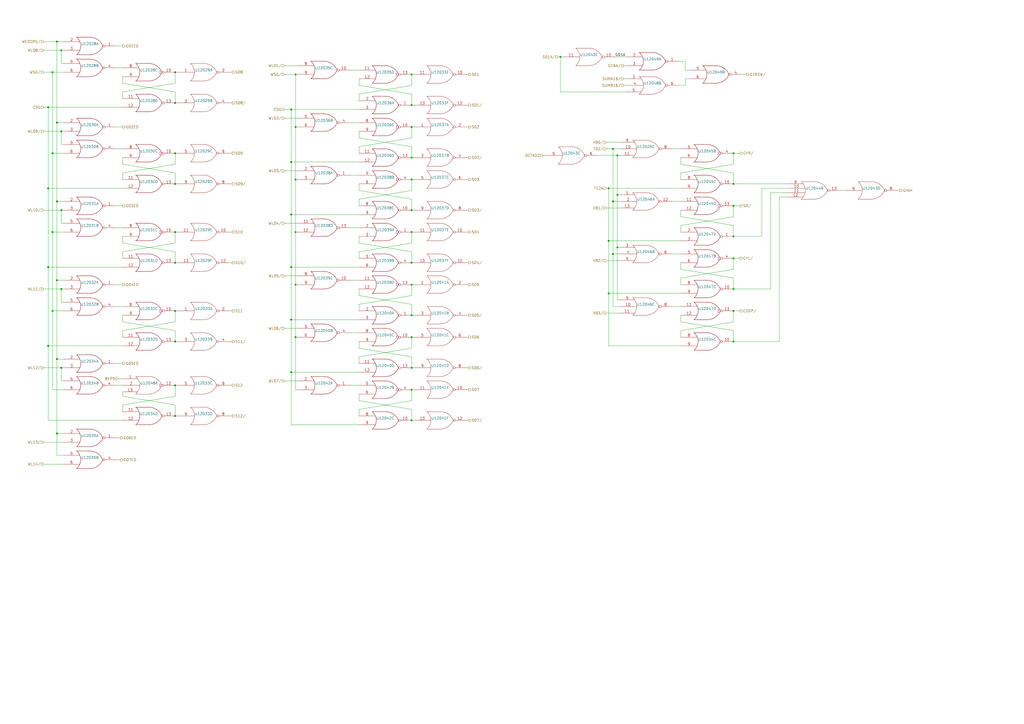
<source format=kicad_sch>
(kicad_sch (version 20211123) (generator eeschema)
  (paper "A2")
  (lib_symbols
    (symbol "agc_kicad_components:74HC02" (pin_names (offset 0.762))
      (property "Reference" "U" (at 0 1.27 0))
      (symbol "74HC02_1_1"
        (pin output inverted (at 15.24 0 180) (length 7.62) (name "~") (number "1"))
        (pin input line (at -15.24 2.54 0) (length 9.398) (name "~") (number "2"))
        (pin input line (at -15.24 -2.54 0) (length 9.398) (name "~") (number "3"))
      )
      (symbol "74HC02_2_1"
        (pin output inverted (at 15.24 0 180) (length 7.62) (name "~") (number "4"))
        (pin input line (at -15.24 2.54 0) (length 9.398) (name "~") (number "5"))
        (pin input line (at -15.24 -2.54 0) (length 9.398) (name "~") (number "6"))
      )
      (symbol "74HC02_3_1"
        (pin output inverted (at 15.24 0 180) (length 7.62) (name "~") (number "10"))
        (pin input line (at -15.24 2.54 0) (length 9.398) (name "~") (number "8"))
        (pin input line (at -15.24 -2.54 0) (length 9.398) (name "~") (number "9"))
      )
      (symbol "74HC02_4_1"
        (pin input line (at -15.24 2.54 0) (length 9.398) (name "~") (number "11"))
        (pin input line (at -15.24 -2.54 0) (length 9.398) (name "~") (number "12"))
        (pin output inverted (at 15.24 0 180) (length 7.62) (name "~") (number "13"))
      )
      (symbol "74HC02_5_0"
        (text "GND" (at 2.54 -3.81 0) (effects (font (size 0.9906 0.9906))))
        (text "VCC" (at 2.54 3.81 0) (effects (font (size 0.9906 0.9906))))
      )
      (symbol "74HC02_5_1"
        (pin power_in line (at 0 6.35 270) (length 3.81) (name "VCC") (number "14"))
        (pin power_in line (at 0 -6.35 90) (length 3.81) (name "GND") (number "7"))
      )
    )
    (symbol "agc_kicad_components:74HC04" (pin_names (offset 0.762))
      (property "Reference" "U" (at 0 1.27 0))
      (symbol "74HC04_1_1"
        (pin input line (at -15.24 0 0) (length 9.906) (name "~") (number "1"))
        (pin output inverted (at 15.24 0 180) (length 7.62) (name "~") (number "2"))
      )
      (symbol "74HC04_2_1"
        (pin input line (at -15.24 0 0) (length 9.906) (name "~") (number "3"))
        (pin output inverted (at 15.24 0 180) (length 7.62) (name "~") (number "4"))
      )
      (symbol "74HC04_3_1"
        (pin input line (at -15.24 0 0) (length 9.906) (name "~") (number "5"))
        (pin output inverted (at 15.24 0 180) (length 7.62) (name "~") (number "6"))
      )
      (symbol "74HC04_4_1"
        (pin output inverted (at 15.24 0 180) (length 7.62) (name "~") (number "8"))
        (pin input line (at -15.24 0 0) (length 9.906) (name "~") (number "9"))
      )
      (symbol "74HC04_5_1"
        (pin output inverted (at 15.24 0 180) (length 7.62) (name "~") (number "10"))
        (pin input line (at -15.24 0 0) (length 9.906) (name "~") (number "11"))
      )
      (symbol "74HC04_6_1"
        (pin output inverted (at 15.24 0 180) (length 7.62) (name "~") (number "12"))
        (pin input line (at -15.24 0 0) (length 9.906) (name "~") (number "13"))
      )
      (symbol "74HC04_7_0"
        (text "GND" (at 2.54 -3.81 0) (effects (font (size 0.9906 0.9906))))
        (text "VCC" (at 2.54 3.81 0) (effects (font (size 0.9906 0.9906))))
      )
      (symbol "74HC04_7_1"
        (pin power_in line (at 0 6.35 270) (length 3.81) (name "VCC") (number "14"))
        (pin power_in line (at 0 -6.35 90) (length 3.81) (name "GND") (number "7"))
      )
    )
    (symbol "agc_kicad_components:74HC27" (pin_names (offset 0.762))
      (property "Reference" "U" (at 0 1.27 0))
      (symbol "74HC27_1_1"
        (pin input line (at -15.24 3.81 0) (length 8.763) (name "~") (number "1"))
        (pin output inverted (at 15.24 0 180) (length 7.62) (name "~") (number "12"))
        (pin input line (at -15.24 -3.81 0) (length 8.763) (name "~") (number "13"))
        (pin input line (at -15.24 0 0) (length 9.906) (name "~") (number "2"))
      )
      (symbol "74HC27_2_1"
        (pin input line (at -15.24 3.81 0) (length 8.763) (name "~") (number "3"))
        (pin input line (at -15.24 0 0) (length 9.906) (name "~") (number "4"))
        (pin input line (at -15.24 -3.81 0) (length 8.763) (name "~") (number "5"))
        (pin output inverted (at 15.24 0 180) (length 7.62) (name "~") (number "6"))
      )
      (symbol "74HC27_3_1"
        (pin input line (at -15.24 0 0) (length 9.906) (name "~") (number "10"))
        (pin input line (at -15.24 -3.81 0) (length 8.763) (name "~") (number "11"))
        (pin output inverted (at 15.24 0 180) (length 7.62) (name "~") (number "8"))
        (pin input line (at -15.24 3.81 0) (length 8.763) (name "~") (number "9"))
      )
      (symbol "74HC27_4_0"
        (text "GND" (at 2.54 -3.81 0) (effects (font (size 0.9906 0.9906))))
        (text "VCC" (at 2.54 3.81 0) (effects (font (size 0.9906 0.9906))))
      )
      (symbol "74HC27_4_1"
        (pin power_in line (at 0 6.35 270) (length 3.81) (name "VCC") (number "14"))
        (pin power_in line (at 0 -6.35 90) (length 3.81) (name "GND") (number "7"))
      )
    )
    (symbol "agc_kicad_components:74HC4002" (pin_names (offset 0.762))
      (property "Reference" "U" (at 0 1.27 0))
      (symbol "74HC4002_1_1"
        (pin output inverted (at 15.24 0 180) (length 7.62) (name "~") (number "1"))
        (pin input line (at -15.24 3.81 0) (length 8.509) (name "~") (number "2"))
        (pin input line (at -15.24 1.27 0) (length 9.652) (name "~") (number "3"))
        (pin input line (at -15.24 -1.27 0) (length 9.652) (name "~") (number "4"))
        (pin input line (at -15.24 -3.81 0) (length 8.509) (name "~") (number "5"))
        (pin no_connect line (at -2.54 5.08 90) (length 0) hide (name "NC1") (number "6"))
        (pin no_connect line (at 0 5.08 90) (length 0) hide (name "NC2") (number "8"))
      )
      (symbol "74HC4002_2_1"
        (pin input line (at -15.24 1.27 0) (length 9.652) (name "~") (number "10"))
        (pin input line (at -15.24 -1.27 0) (length 9.652) (name "~") (number "11"))
        (pin input line (at -15.24 -3.81 0) (length 8.509) (name "~") (number "12"))
        (pin output inverted (at 15.24 0 180) (length 7.62) (name "~") (number "13"))
        (pin no_connect line (at -2.54 5.08 90) (length 0) hide (name "NC1") (number "6"))
        (pin no_connect line (at 0 5.08 90) (length 0) hide (name "NC2") (number "8"))
        (pin input line (at -15.24 3.81 0) (length 8.509) (name "~") (number "9"))
      )
      (symbol "74HC4002_3_0"
        (text "GND" (at 2.54 -3.81 0) (effects (font (size 0.9906 0.9906))))
        (text "VCC" (at 2.54 3.81 0) (effects (font (size 0.9906 0.9906))))
      )
      (symbol "74HC4002_3_1"
        (pin power_in line (at 0 6.35 270) (length 3.81) (name "VCC") (number "14"))
        (pin power_in line (at 0 -6.35 90) (length 3.81) (name "GND") (number "7"))
      )
    )
  )
  (junction (at 35.56 29.21))
  (junction (at 101.6 106.68))
  (junction (at 171.45 73.66))
  (junction (at 33.02 251.46))
  (junction (at 101.6 241.3))
  (junction (at 168.91 63.5))
  (junction (at 171.45 104.14))
  (junction (at 238.76 73.66))
  (junction (at 238.76 243.84))
  (junction (at 30.48 41.91))
  (junction (at 30.48 88.9))
  (junction (at 168.91 124.46))
  (junction (at 238.76 195.58))
  (junction (at 353.06 170.18))
  (junction (at 35.56 167.64))
  (junction (at 168.91 185.42))
  (junction (at 425.45 119.38))
  (junction (at 101.6 198.12))
  (junction (at 425.45 167.64))
  (junction (at 171.45 134.62))
  (junction (at 425.45 106.68))
  (junction (at 101.6 152.4))
  (junction (at 30.48 134.62))
  (junction (at 238.76 152.4))
  (junction (at 33.02 162.56))
  (junction (at 171.45 43.18))
  (junction (at 27.94 109.22))
  (junction (at 35.56 121.92))
  (junction (at 425.45 180.34))
  (junction (at 425.45 149.86))
  (junction (at 30.48 180.34))
  (junction (at 238.76 60.96))
  (junction (at 33.02 116.84))
  (junction (at 33.02 24.13))
  (junction (at 238.76 165.1))
  (junction (at 101.6 59.69))
  (junction (at 101.6 88.9))
  (junction (at 358.14 113.03))
  (junction (at 425.45 137.16))
  (junction (at 238.76 213.36))
  (junction (at 101.6 223.52))
  (junction (at 238.76 121.92))
  (junction (at 27.94 200.66))
  (junction (at 35.56 213.36))
  (junction (at 238.76 104.14))
  (junction (at 238.76 43.18))
  (junction (at 168.91 154.94))
  (junction (at 238.76 226.06))
  (junction (at 425.45 88.9))
  (junction (at 27.94 62.23))
  (junction (at 168.91 215.9))
  (junction (at 33.02 71.12))
  (junction (at 353.06 139.7))
  (junction (at 238.76 134.62))
  (junction (at 355.6 147.32))
  (junction (at 27.94 154.94))
  (junction (at 35.56 76.2))
  (junction (at 358.14 143.51))
  (junction (at 238.76 182.88))
  (junction (at 171.45 165.1))
  (junction (at 238.76 91.44))
  (junction (at 353.06 109.22))
  (junction (at 358.14 90.17))
  (junction (at 355.6 116.84))
  (junction (at 425.45 198.12))
  (junction (at 101.6 41.91))
  (junction (at 355.6 86.36))
  (junction (at 325.12 33.02))
  (junction (at 101.6 180.34))
  (junction (at 101.6 134.62))
  (junction (at 33.02 208.28))
  (junction (at 171.45 195.58))
  (junction (at 168.91 93.98))
  (wire (pts (xy 316.23 90.17) (xy 314.96 90.17)))
  (wire (pts (xy 353.06 200.66) (xy 394.97 200.66)))
  (wire (pts (xy 358.14 143.51) (xy 359.41 143.51)))
  (wire (pts (xy 520.7 110.49) (xy 521.97 110.49)))
  (wire (pts (xy 25.4 62.23) (xy 27.94 62.23)))
  (wire (pts (xy 425.45 191.77) (xy 394.97 186.69)))
  (wire (pts (xy 101.6 134.62) (xy 101.6 140.97)))
  (wire (pts (xy 394.97 161.29) (xy 394.97 165.1)))
  (wire (pts (xy 203.2 223.52) (xy 208.28 223.52)))
  (wire (pts (xy 172.72 68.58) (xy 165.1 68.58)))
  (wire (pts (xy 101.6 152.4) (xy 102.87 152.4)))
  (wire (pts (xy 67.31 223.52) (xy 71.12 223.52)))
  (wire (pts (xy 101.6 191.77) (xy 71.12 186.69)))
  (wire (pts (xy 101.6 53.34) (xy 71.12 48.26)))
  (wire (pts (xy 270.51 60.96) (xy 271.78 60.96)))
  (wire (pts (xy 33.02 251.46) (xy 36.83 251.46)))
  (wire (pts (xy 133.35 59.69) (xy 134.62 59.69)))
  (wire (pts (xy 353.06 139.7) (xy 394.97 139.7)))
  (wire (pts (xy 389.89 147.32) (xy 394.97 147.32)))
  (wire (pts (xy 67.31 119.38) (xy 71.12 119.38)))
  (wire (pts (xy 101.6 59.69) (xy 101.6 53.34)))
  (wire (pts (xy 30.48 226.06) (xy 36.83 226.06)))
  (wire (pts (xy 355.6 147.32) (xy 359.41 147.32)))
  (wire (pts (xy 238.76 207.01) (xy 208.28 201.93)))
  (wire (pts (xy 203.2 101.6) (xy 208.28 101.6)))
  (wire (pts (xy 25.4 121.92) (xy 35.56 121.92)))
  (wire (pts (xy 33.02 162.56) (xy 33.02 208.28)))
  (wire (pts (xy 30.48 180.34) (xy 30.48 226.06)))
  (wire (pts (xy 238.76 237.49) (xy 208.28 232.41)))
  (wire (pts (xy 425.45 125.73) (xy 394.97 130.81)))
  (wire (pts (xy 441.96 137.16) (xy 441.96 109.22)))
  (wire (pts (xy 133.35 198.12) (xy 134.62 198.12)))
  (wire (pts (xy 425.45 100.33) (xy 394.97 95.25)))
  (wire (pts (xy 389.89 86.36) (xy 394.97 86.36)))
  (wire (pts (xy 238.76 232.41) (xy 208.28 237.49)))
  (wire (pts (xy 27.94 200.66) (xy 27.94 243.84)))
  (wire (pts (xy 394.97 95.25) (xy 394.97 91.44)))
  (wire (pts (xy 30.48 134.62) (xy 36.83 134.62)))
  (wire (pts (xy 238.76 165.1) (xy 238.76 171.45)))
  (wire (pts (xy 101.6 48.26) (xy 71.12 53.34)))
  (wire (pts (xy 203.2 40.64) (xy 208.28 40.64)))
  (wire (pts (xy 270.51 73.66) (xy 271.78 73.66)))
  (wire (pts (xy 168.91 124.46) (xy 168.91 154.94)))
  (wire (pts (xy 101.6 152.4) (xy 101.6 146.05)))
  (wire (pts (xy 33.02 71.12) (xy 36.83 71.12)))
  (wire (pts (xy 358.14 90.17) (xy 358.14 113.03)))
  (wire (pts (xy 172.72 38.1) (xy 165.1 38.1)))
  (wire (pts (xy 27.94 109.22) (xy 27.94 154.94)))
  (wire (pts (xy 238.76 121.92) (xy 238.76 115.57)))
  (wire (pts (xy 133.35 223.52) (xy 134.62 223.52)))
  (wire (pts (xy 425.45 130.81) (xy 394.97 125.73)))
  (wire (pts (xy 238.76 60.96) (xy 238.76 54.61)))
  (wire (pts (xy 447.04 111.76) (xy 457.2 111.76)))
  (wire (pts (xy 35.56 29.21) (xy 36.83 29.21)))
  (wire (pts (xy 101.6 59.69) (xy 102.87 59.69)))
  (wire (pts (xy 208.28 171.45) (xy 208.28 167.64)))
  (wire (pts (xy 35.56 167.64) (xy 35.56 175.26)))
  (wire (pts (xy 270.51 165.1) (xy 271.78 165.1)))
  (wire (pts (xy 168.91 93.98) (xy 168.91 124.46)))
  (wire (pts (xy 25.4 41.91) (xy 30.48 41.91)))
  (wire (pts (xy 168.91 63.5) (xy 168.91 93.98)))
  (wire (pts (xy 238.76 54.61) (xy 208.28 49.53)))
  (wire (pts (xy 394.97 186.69) (xy 394.97 182.88)))
  (wire (pts (xy 101.6 198.12) (xy 102.87 198.12)))
  (wire (pts (xy 238.76 73.66) (xy 238.76 80.01)))
  (wire (pts (xy 36.83 269.24) (xy 25.4 269.24)))
  (wire (pts (xy 35.56 175.26) (xy 36.83 175.26)))
  (wire (pts (xy 394.97 100.33) (xy 394.97 104.14)))
  (wire (pts (xy 355.6 177.8) (xy 359.41 177.8)))
  (wire (pts (xy 238.76 110.49) (xy 208.28 115.57)))
  (wire (pts (xy 389.89 177.8) (xy 394.97 177.8)))
  (wire (pts (xy 25.4 76.2) (xy 35.56 76.2)))
  (wire (pts (xy 358.14 173.99) (xy 359.41 173.99)))
  (wire (pts (xy 203.2 193.04) (xy 208.28 193.04)))
  (wire (pts (xy 363.22 49.53) (xy 361.95 49.53)))
  (wire (pts (xy 171.45 165.1) (xy 172.72 165.1)))
  (wire (pts (xy 168.91 185.42) (xy 168.91 215.9)))
  (wire (pts (xy 101.6 180.34) (xy 101.6 186.69)))
  (wire (pts (xy 425.45 106.68) (xy 457.2 106.68)))
  (wire (pts (xy 171.45 43.18) (xy 171.45 73.66)))
  (wire (pts (xy 238.76 43.18) (xy 240.03 43.18)))
  (wire (pts (xy 203.2 71.12) (xy 208.28 71.12)))
  (wire (pts (xy 425.45 106.68) (xy 425.45 100.33)))
  (wire (pts (xy 238.76 43.18) (xy 238.76 49.53)))
  (wire (pts (xy 35.56 213.36) (xy 35.56 220.98)))
  (wire (pts (xy 27.94 62.23) (xy 71.12 62.23)))
  (wire (pts (xy 133.35 88.9) (xy 134.62 88.9)))
  (wire (pts (xy 33.02 208.28) (xy 33.02 251.46)))
  (wire (pts (xy 393.7 35.56) (xy 397.51 35.56)))
  (wire (pts (xy 394.97 156.21) (xy 394.97 152.4)))
  (wire (pts (xy 133.35 106.68) (xy 134.62 106.68)))
  (wire (pts (xy 270.51 226.06) (xy 271.78 226.06)))
  (wire (pts (xy 359.41 120.65) (xy 351.79 120.65)))
  (wire (pts (xy 172.72 99.06) (xy 165.1 99.06)))
  (wire (pts (xy 101.6 95.25) (xy 71.12 100.33)))
  (wire (pts (xy 487.68 110.49) (xy 490.22 110.49)))
  (wire (pts (xy 425.45 137.16) (xy 425.45 130.81)))
  (wire (pts (xy 359.41 181.61) (xy 351.79 181.61)))
  (wire (pts (xy 101.6 241.3) (xy 102.87 241.3)))
  (wire (pts (xy 238.76 91.44) (xy 238.76 85.09)))
  (wire (pts (xy 25.4 167.64) (xy 35.56 167.64)))
  (wire (pts (xy 30.48 88.9) (xy 36.83 88.9)))
  (wire (pts (xy 238.76 226.06) (xy 240.03 226.06)))
  (wire (pts (xy 358.14 143.51) (xy 358.14 173.99)))
  (wire (pts (xy 238.76 140.97) (xy 208.28 146.05)))
  (wire (pts (xy 238.76 115.57) (xy 208.28 110.49)))
  (wire (pts (xy 168.91 154.94) (xy 168.91 185.42)))
  (wire (pts (xy 67.31 39.37) (xy 71.12 39.37)))
  (wire (pts (xy 208.28 237.49) (xy 208.28 241.3)))
  (wire (pts (xy 397.51 45.72) (xy 397.51 49.53)))
  (wire (pts (xy 208.28 85.09) (xy 208.28 88.9)))
  (wire (pts (xy 33.02 24.13) (xy 33.02 71.12)))
  (wire (pts (xy 270.51 104.14) (xy 271.78 104.14)))
  (wire (pts (xy 238.76 243.84) (xy 238.76 237.49)))
  (wire (pts (xy 168.91 154.94) (xy 208.28 154.94)))
  (wire (pts (xy 447.04 167.64) (xy 447.04 111.76)))
  (wire (pts (xy 238.76 104.14) (xy 240.03 104.14)))
  (wire (pts (xy 208.28 176.53) (xy 208.28 180.34)))
  (wire (pts (xy 353.06 170.18) (xy 394.97 170.18)))
  (wire (pts (xy 71.12 95.25) (xy 71.12 91.44)))
  (wire (pts (xy 133.35 134.62) (xy 134.62 134.62)))
  (wire (pts (xy 27.94 109.22) (xy 71.12 109.22)))
  (wire (pts (xy 425.45 167.64) (xy 425.45 161.29)))
  (wire (pts (xy 71.12 191.77) (xy 71.12 195.58)))
  (wire (pts (xy 35.56 220.98) (xy 36.83 220.98)))
  (wire (pts (xy 35.56 129.54) (xy 36.83 129.54)))
  (wire (pts (xy 71.12 234.95) (xy 71.12 238.76)))
  (wire (pts (xy 67.31 210.82) (xy 71.12 210.82)))
  (wire (pts (xy 208.28 110.49) (xy 208.28 106.68)))
  (wire (pts (xy 355.6 116.84) (xy 359.41 116.84)))
  (wire (pts (xy 452.12 198.12) (xy 452.12 114.3)))
  (wire (pts (xy 171.45 134.62) (xy 171.45 165.1)))
  (wire (pts (xy 238.76 146.05) (xy 208.28 140.97)))
  (wire (pts (xy 71.12 48.26) (xy 71.12 44.45)))
  (wire (pts (xy 325.12 53.34) (xy 363.22 53.34)))
  (wire (pts (xy 171.45 43.18) (xy 172.72 43.18)))
  (wire (pts (xy 33.02 116.84) (xy 33.02 162.56)))
  (wire (pts (xy 71.12 229.87) (xy 71.12 227.33)))
  (wire (pts (xy 133.35 241.3) (xy 134.62 241.3)))
  (wire (pts (xy 425.45 180.34) (xy 429.26 180.34)))
  (wire (pts (xy 425.45 119.38) (xy 425.45 125.73)))
  (wire (pts (xy 238.76 91.44) (xy 240.03 91.44)))
  (wire (pts (xy 238.76 152.4) (xy 240.03 152.4)))
  (wire (pts (xy 425.45 186.69) (xy 394.97 191.77)))
  (wire (pts (xy 400.05 45.72) (xy 397.51 45.72)))
  (wire (pts (xy 171.45 73.66) (xy 172.72 73.66)))
  (wire (pts (xy 425.45 137.16) (xy 441.96 137.16)))
  (wire (pts (xy 171.45 104.14) (xy 171.45 134.62)))
  (wire (pts (xy 101.6 241.3) (xy 101.6 234.95)))
  (wire (pts (xy 33.02 116.84) (xy 36.83 116.84)))
  (wire (pts (xy 168.91 185.42) (xy 208.28 185.42)))
  (wire (pts (xy 238.76 213.36) (xy 238.76 207.01)))
  (wire (pts (xy 397.51 35.56) (xy 397.51 40.64)))
  (wire (pts (xy 30.48 134.62) (xy 30.48 180.34)))
  (wire (pts (xy 238.76 182.88) (xy 238.76 176.53)))
  (wire (pts (xy 325.12 33.02) (xy 326.39 33.02)))
  (wire (pts (xy 33.02 71.12) (xy 33.02 116.84)))
  (wire (pts (xy 27.94 62.23) (xy 27.94 109.22)))
  (wire (pts (xy 238.76 85.09) (xy 208.28 80.01)))
  (wire (pts (xy 171.45 73.66) (xy 171.45 104.14)))
  (wire (pts (xy 270.51 182.88) (xy 271.78 182.88)))
  (wire (pts (xy 208.28 207.01) (xy 208.28 210.82)))
  (wire (pts (xy 208.28 215.9) (xy 168.91 215.9)))
  (wire (pts (xy 101.6 234.95) (xy 71.12 229.87)))
  (wire (pts (xy 67.31 132.08) (xy 71.12 132.08)))
  (wire (pts (xy 36.83 256.54) (xy 25.4 256.54)))
  (wire (pts (xy 67.31 73.66) (xy 71.12 73.66)))
  (wire (pts (xy 270.51 243.84) (xy 271.78 243.84)))
  (wire (pts (xy 171.45 226.06) (xy 172.72 226.06)))
  (wire (pts (xy 353.06 109.22) (xy 353.06 139.7)))
  (wire (pts (xy 425.45 88.9) (xy 425.45 95.25)))
  (wire (pts (xy 238.76 195.58) (xy 238.76 201.93)))
  (wire (pts (xy 101.6 106.68) (xy 102.87 106.68)))
  (wire (pts (xy 238.76 213.36) (xy 240.03 213.36)))
  (wire (pts (xy 351.79 86.36) (xy 355.6 86.36)))
  (wire (pts (xy 101.6 41.91) (xy 102.87 41.91)))
  (wire (pts (xy 133.35 180.34) (xy 134.62 180.34)))
  (wire (pts (xy 35.56 29.21) (xy 35.56 36.83)))
  (wire (pts (xy 27.94 243.84) (xy 71.12 243.84)))
  (wire (pts (xy 355.6 116.84) (xy 355.6 147.32)))
  (wire (pts (xy 425.45 119.38) (xy 429.26 119.38)))
  (wire (pts (xy 208.28 115.57) (xy 208.28 119.38)))
  (wire (pts (xy 101.6 223.52) (xy 101.6 229.87)))
  (wire (pts (xy 101.6 186.69) (xy 71.12 191.77)))
  (wire (pts (xy 208.28 232.41) (xy 208.28 228.6)))
  (wire (pts (xy 33.02 208.28) (xy 36.83 208.28)))
  (wire (pts (xy 270.51 152.4) (xy 271.78 152.4)))
  (wire (pts (xy 351.79 109.22) (xy 353.06 109.22)))
  (wire (pts (xy 270.51 195.58) (xy 271.78 195.58)))
  (wire (pts (xy 35.56 76.2) (xy 35.56 83.82)))
  (wire (pts (xy 67.31 165.1) (xy 71.12 165.1)))
  (wire (pts (xy 425.45 180.34) (xy 425.45 186.69)))
  (wire (pts (xy 238.76 165.1) (xy 240.03 165.1)))
  (wire (pts (xy 172.72 129.54) (xy 165.1 129.54)))
  (wire (pts (xy 71.12 53.34) (xy 71.12 57.15)))
  (wire (pts (xy 67.31 266.7) (xy 69.85 266.7)))
  (wire (pts (xy 397.51 40.64) (xy 400.05 40.64)))
  (wire (pts (xy 270.51 91.44) (xy 271.78 91.44)))
  (wire (pts (xy 30.48 41.91) (xy 36.83 41.91)))
  (wire (pts (xy 35.56 213.36) (xy 36.83 213.36)))
  (wire (pts (xy 425.45 198.12) (xy 452.12 198.12)))
  (wire (pts (xy 101.6 134.62) (xy 102.87 134.62)))
  (wire (pts (xy 238.76 121.92) (xy 240.03 121.92)))
  (wire (pts (xy 238.76 201.93) (xy 208.28 207.01)))
  (wire (pts (xy 397.51 49.53) (xy 393.7 49.53)))
  (wire (pts (xy 101.6 88.9) (xy 101.6 95.25)))
  (wire (pts (xy 101.6 229.87) (xy 71.12 234.95)))
  (wire (pts (xy 71.12 140.97) (xy 71.12 137.16)))
  (wire (pts (xy 203.2 162.56) (xy 208.28 162.56)))
  (wire (pts (xy 67.31 86.36) (xy 71.12 86.36)))
  (wire (pts (xy 27.94 200.66) (xy 71.12 200.66)))
  (wire (pts (xy 238.76 226.06) (xy 238.76 232.41)))
  (wire (pts (xy 25.4 24.13) (xy 33.02 24.13)))
  (wire (pts (xy 389.89 116.84) (xy 394.97 116.84)))
  (wire (pts (xy 425.45 149.86) (xy 425.45 156.21)))
  (wire (pts (xy 238.76 104.14) (xy 238.76 110.49)))
  (wire (pts (xy 358.14 113.03) (xy 358.14 143.51)))
  (wire (pts (xy 238.76 176.53) (xy 208.28 171.45)))
  (wire (pts (xy 35.56 121.92) (xy 36.83 121.92)))
  (wire (pts (xy 71.12 146.05) (xy 71.12 149.86)))
  (wire (pts (xy 67.31 26.67) (xy 71.12 26.67)))
  (wire (pts (xy 238.76 80.01) (xy 208.28 85.09)))
  (wire (pts (xy 238.76 60.96) (xy 240.03 60.96)))
  (wire (pts (xy 35.56 76.2) (xy 36.83 76.2)))
  (wire (pts (xy 270.51 134.62) (xy 271.78 134.62)))
  (wire (pts (xy 425.45 167.64) (xy 447.04 167.64)))
  (wire (pts (xy 238.76 73.66) (xy 240.03 73.66)))
  (wire (pts (xy 238.76 152.4) (xy 238.76 146.05)))
  (wire (pts (xy 208.28 146.05) (xy 208.28 149.86)))
  (wire (pts (xy 363.22 38.1) (xy 361.95 38.1)))
  (wire (pts (xy 238.76 134.62) (xy 240.03 134.62)))
  (wire (pts (xy 355.6 147.32) (xy 355.6 177.8)))
  (wire (pts (xy 346.71 90.17) (xy 358.14 90.17)))
  (wire (pts (xy 133.35 152.4) (xy 134.62 152.4)))
  (wire (pts (xy 101.6 88.9) (xy 102.87 88.9)))
  (wire (pts (xy 208.28 54.61) (xy 208.28 58.42)))
  (wire (pts (xy 71.12 100.33) (xy 71.12 104.14)))
  (wire (pts (xy 171.45 165.1) (xy 171.45 195.58)))
  (wire (pts (xy 33.02 264.16) (xy 36.83 264.16)))
  (wire (pts (xy 171.45 134.62) (xy 172.72 134.62)))
  (wire (pts (xy 208.28 80.01) (xy 208.28 76.2)))
  (wire (pts (xy 101.6 106.68) (xy 101.6 100.33)))
  (wire (pts (xy 238.76 182.88) (xy 240.03 182.88)))
  (wire (pts (xy 359.41 151.13) (xy 351.79 151.13)))
  (wire (pts (xy 101.6 180.34) (xy 102.87 180.34)))
  (wire (pts (xy 355.6 86.36) (xy 355.6 116.84)))
  (wire (pts (xy 101.6 140.97) (xy 71.12 146.05)))
  (wire (pts (xy 171.45 195.58) (xy 171.45 226.06)))
  (wire (pts (xy 208.28 49.53) (xy 208.28 45.72)))
  (wire (pts (xy 394.97 125.73) (xy 394.97 121.92)))
  (wire (pts (xy 33.02 24.13) (xy 36.83 24.13)))
  (wire (pts (xy 101.6 100.33) (xy 71.12 95.25)))
  (wire (pts (xy 101.6 223.52) (xy 102.87 223.52)))
  (wire (pts (xy 165.1 63.5) (xy 168.91 63.5)))
  (wire (pts (xy 168.91 124.46) (xy 208.28 124.46)))
  (wire (pts (xy 30.48 180.34) (xy 36.83 180.34)))
  (wire (pts (xy 270.51 121.92) (xy 271.78 121.92)))
  (wire (pts (xy 35.56 121.92) (xy 35.56 129.54)))
  (wire (pts (xy 30.48 41.91) (xy 30.48 88.9)))
  (wire (pts (xy 430.53 43.18) (xy 433.07 43.18)))
  (wire (pts (xy 425.45 161.29) (xy 394.97 156.21)))
  (wire (pts (xy 133.35 41.91) (xy 134.62 41.91)))
  (wire (pts (xy 363.22 45.72) (xy 361.95 45.72)))
  (wire (pts (xy 238.76 134.62) (xy 238.76 140.97)))
  (wire (pts (xy 171.45 104.14) (xy 172.72 104.14)))
  (wire (pts (xy 203.2 132.08) (xy 208.28 132.08)))
  (wire (pts (xy 425.45 198.12) (xy 425.45 191.77)))
  (wire (pts (xy 172.72 190.5) (xy 165.1 190.5)))
  (wire (pts (xy 172.72 160.02) (xy 165.1 160.02)))
  (wire (pts (xy 238.76 195.58) (xy 240.03 195.58)))
  (wire (pts (xy 208.28 140.97) (xy 208.28 137.16)))
  (wire (pts (xy 238.76 171.45) (xy 208.28 176.53)))
  (wire (pts (xy 168.91 93.98) (xy 208.28 93.98)))
  (wire (pts (xy 101.6 198.12) (xy 101.6 191.77)))
  (wire (pts (xy 168.91 215.9) (xy 168.91 246.38)))
  (wire (pts (xy 363.22 33.02) (xy 356.87 33.02)))
  (wire (pts (xy 452.12 114.3) (xy 457.2 114.3)))
  (wire (pts (xy 168.91 246.38) (xy 208.28 246.38)))
  (wire (pts (xy 101.6 146.05) (xy 71.12 140.97)))
  (wire (pts (xy 35.56 83.82) (xy 36.83 83.82)))
  (wire (pts (xy 208.28 201.93) (xy 208.28 198.12)))
  (wire (pts (xy 101.6 41.91) (xy 101.6 48.26)))
  (wire (pts (xy 353.06 170.18) (xy 353.06 200.66)))
  (wire (pts (xy 27.94 154.94) (xy 71.12 154.94)))
  (wire (pts (xy 33.02 251.46) (xy 33.02 264.16)))
  (wire (pts (xy 171.45 195.58) (xy 172.72 195.58)))
  (wire (pts (xy 67.31 177.8) (xy 71.12 177.8)))
  (wire (pts (xy 71.12 186.69) (xy 71.12 182.88)))
  (wire (pts (xy 358.14 113.03) (xy 359.41 113.03)))
  (wire (pts (xy 353.06 109.22) (xy 394.97 109.22)))
  (wire (pts (xy 394.97 130.81) (xy 394.97 134.62)))
  (wire (pts (xy 358.14 90.17) (xy 359.41 90.17)))
  (wire (pts (xy 425.45 95.25) (xy 394.97 100.33)))
  (wire (pts (xy 270.51 213.36) (xy 271.78 213.36)))
  (wire (pts (xy 30.48 88.9) (xy 30.48 134.62)))
  (wire (pts (xy 238.76 243.84) (xy 240.03 243.84)))
  (wire (pts (xy 67.31 254) (xy 69.85 254)))
  (wire (pts (xy 425.45 88.9) (xy 429.26 88.9)))
  (wire (pts (xy 27.94 154.94) (xy 27.94 200.66)))
  (wire (pts (xy 25.4 29.21) (xy 35.56 29.21)))
  (wire (pts (xy 325.12 33.02) (xy 325.12 53.34)))
  (wire (pts (xy 323.85 33.02) (xy 325.12 33.02)))
  (wire (pts (xy 165.1 43.18) (xy 171.45 43.18)))
  (wire (pts (xy 441.96 109.22) (xy 457.2 109.22)))
  (wire (pts (xy 33.02 162.56) (xy 36.83 162.56)))
  (wire (pts (xy 270.51 43.18) (xy 271.78 43.18)))
  (wire (pts (xy 35.56 36.83) (xy 36.83 36.83)))
  (wire (pts (xy 238.76 49.53) (xy 208.28 54.61)))
  (wire (pts (xy 394.97 191.77) (xy 394.97 195.58)))
  (wire (pts (xy 353.06 139.7) (xy 353.06 170.18)))
  (wire (pts (xy 35.56 167.64) (xy 36.83 167.64)))
  (wire (pts (xy 425.45 156.21) (xy 394.97 161.29)))
  (wire (pts (xy 71.12 219.71) (xy 68.58 219.71)))
  (wire (pts (xy 25.4 213.36) (xy 35.56 213.36)))
  (wire (pts (xy 359.41 82.55) (xy 351.79 82.55)))
  (wire (pts (xy 168.91 63.5) (xy 208.28 63.5)))
  (wire (pts (xy 355.6 86.36) (xy 359.41 86.36)))
  (wire (pts (xy 172.72 220.98) (xy 165.1 220.98)))
  (wire (pts (xy 425.45 149.86) (xy 429.26 149.86)))
  (label "G01A" (at 356.87 33.02 0) (effects (font (size 1.524 1.524))))
  (hierarchical_label "WL13/" (shape input) (at 25.4 256.54 180) (effects (font (size 1.524 1.524))))
  (hierarchical_label "WL03/" (shape input) (at 165.1 99.06 180) (effects (font (size 1.524 1.524))))
  (hierarchical_label "S10/" (shape output) (at 134.62 152.4 0) (effects (font (size 1.524 1.524))))
  (hierarchical_label "WL12/" (shape input) (at 25.4 213.36 180) (effects (font (size 1.524 1.524))))
  (hierarchical_label "CYL/" (shape output) (at 429.26 149.86 0) (effects (font (size 1.524 1.524))))
  (hierarchical_label "S01/" (shape output) (at 271.78 60.96 0) (effects (font (size 1.524 1.524))))
  (hierarchical_label "CYR/" (shape output) (at 429.26 88.9 0) (effects (font (size 1.524 1.524))))
  (hierarchical_label "XB1/" (shape input) (at 351.79 120.65 180) (effects (font (size 1.524 1.524))))
  (hierarchical_label "8XP5" (shape input) (at 68.58 219.71 180) (effects (font (size 1.524 1.524))))
  (hierarchical_label "SUMB16/" (shape input) (at 361.95 49.53 180) (effects (font (size 1.524 1.524))))
  (hierarchical_label "WL14/" (shape input) (at 25.4 269.24 180) (effects (font (size 1.524 1.524))))
  (hierarchical_label "XB3/" (shape input) (at 351.79 181.61 180) (effects (font (size 1.524 1.524))))
  (hierarchical_label "SR/" (shape output) (at 429.26 119.38 0) (effects (font (size 1.524 1.524))))
  (hierarchical_label "CSG" (shape input) (at 25.4 62.23 180) (effects (font (size 1.524 1.524))))
  (hierarchical_label "S04/" (shape output) (at 271.78 152.4 0) (effects (font (size 1.524 1.524))))
  (hierarchical_label "S08/" (shape output) (at 134.62 59.69 0) (effects (font (size 1.524 1.524))))
  (hierarchical_label "S01" (shape output) (at 271.78 43.18 0) (effects (font (size 1.524 1.524))))
  (hierarchical_label "WEDOPG/" (shape input) (at 25.4 24.13 180) (effects (font (size 1.524 1.524))))
  (hierarchical_label "WSG/" (shape input) (at 25.4 41.91 180) (effects (font (size 1.524 1.524))))
  (hierarchical_label "G16A/" (shape input) (at 361.95 38.1 180) (effects (font (size 1.524 1.524))))
  (hierarchical_label "G01A/" (shape input) (at 323.85 33.02 180) (effects (font (size 1.524 1.524))))
  (hierarchical_label "OCTAD2" (shape input) (at 314.96 90.17 180) (effects (font (size 1.524 1.524))))
  (hierarchical_label "S07/" (shape output) (at 271.78 243.84 0) (effects (font (size 1.524 1.524))))
  (hierarchical_label "S10" (shape output) (at 134.62 134.62 0) (effects (font (size 1.524 1.524))))
  (hierarchical_label "G06ED" (shape output) (at 69.85 254 0) (effects (font (size 1.524 1.524))))
  (hierarchical_label "WL07/" (shape input) (at 165.1 220.98 180) (effects (font (size 1.524 1.524))))
  (hierarchical_label "S03" (shape output) (at 271.78 104.14 0) (effects (font (size 1.524 1.524))))
  (hierarchical_label "WL11/" (shape input) (at 25.4 167.64 180) (effects (font (size 1.524 1.524))))
  (hierarchical_label "G01ED" (shape output) (at 71.12 26.67 0) (effects (font (size 1.524 1.524))))
  (hierarchical_label "WL10/" (shape input) (at 25.4 121.92 180) (effects (font (size 1.524 1.524))))
  (hierarchical_label "WL06/" (shape input) (at 165.1 190.5 180) (effects (font (size 1.524 1.524))))
  (hierarchical_label "S02" (shape output) (at 271.78 73.66 0) (effects (font (size 1.524 1.524))))
  (hierarchical_label "G04ED" (shape output) (at 71.12 165.1 0) (effects (font (size 1.524 1.524))))
  (hierarchical_label "S02/" (shape output) (at 271.78 91.44 0) (effects (font (size 1.524 1.524))))
  (hierarchical_label "S09" (shape output) (at 134.62 88.9 0) (effects (font (size 1.524 1.524))))
  (hierarchical_label "S03/" (shape output) (at 271.78 121.92 0) (effects (font (size 1.524 1.524))))
  (hierarchical_label "SUMA16/" (shape input) (at 361.95 45.72 180) (effects (font (size 1.524 1.524))))
  (hierarchical_label "WL01/" (shape input) (at 165.1 38.1 180) (effects (font (size 1.524 1.524))))
  (hierarchical_label "XB0/" (shape input) (at 351.79 82.55 180) (effects (font (size 1.524 1.524))))
  (hierarchical_label "G02ED" (shape output) (at 71.12 73.66 0) (effects (font (size 1.524 1.524))))
  (hierarchical_label "WL05/" (shape input) (at 165.1 160.02 180) (effects (font (size 1.524 1.524))))
  (hierarchical_label "CSG" (shape input) (at 165.1 63.5 180) (effects (font (size 1.524 1.524))))
  (hierarchical_label "S11" (shape output) (at 134.62 180.34 0) (effects (font (size 1.524 1.524))))
  (hierarchical_label "S06/" (shape output) (at 271.78 213.36 0) (effects (font (size 1.524 1.524))))
  (hierarchical_label "S06" (shape output) (at 271.78 195.58 0) (effects (font (size 1.524 1.524))))
  (hierarchical_label "WL08/" (shape input) (at 25.4 29.21 180) (effects (font (size 1.524 1.524))))
  (hierarchical_label "WL02/" (shape input) (at 165.1 68.58 180) (effects (font (size 1.524 1.524))))
  (hierarchical_label "S05/" (shape output) (at 271.78 182.88 0) (effects (font (size 1.524 1.524))))
  (hierarchical_label "EDOP/" (shape output) (at 429.26 180.34 0) (effects (font (size 1.524 1.524))))
  (hierarchical_label "S12/" (shape output) (at 134.62 241.3 0) (effects (font (size 1.524 1.524))))
  (hierarchical_label "S04" (shape output) (at 271.78 134.62 0) (effects (font (size 1.524 1.524))))
  (hierarchical_label "G07ED" (shape output) (at 69.85 266.7 0) (effects (font (size 1.524 1.524))))
  (hierarchical_label "WSG/" (shape input) (at 165.1 43.18 180) (effects (font (size 1.524 1.524))))
  (hierarchical_label "S11/" (shape output) (at 134.62 198.12 0) (effects (font (size 1.524 1.524))))
  (hierarchical_label "T12A" (shape input) (at 351.79 109.22 180) (effects (font (size 1.524 1.524))))
  (hierarchical_label "GINH" (shape output) (at 521.97 110.49 0) (effects (font (size 1.524 1.524))))
  (hierarchical_label "S07" (shape output) (at 271.78 226.06 0) (effects (font (size 1.524 1.524))))
  (hierarchical_label "G16SW/" (shape output) (at 433.07 43.18 0) (effects (font (size 1.524 1.524))))
  (hierarchical_label "G03ED" (shape output) (at 71.12 119.38 0) (effects (font (size 1.524 1.524))))
  (hierarchical_label "XB2/" (shape input) (at 351.79 151.13 180) (effects (font (size 1.524 1.524))))
  (hierarchical_label "WL04/" (shape input) (at 165.1 129.54 180) (effects (font (size 1.524 1.524))))
  (hierarchical_label "G05ED" (shape output) (at 71.12 210.82 0) (effects (font (size 1.524 1.524))))
  (hierarchical_label "S08" (shape output) (at 134.62 41.91 0) (effects (font (size 1.524 1.524))))
  (hierarchical_label "S05" (shape output) (at 271.78 165.1 0) (effects (font (size 1.524 1.524))))
  (hierarchical_label "S09/" (shape output) (at 134.62 106.68 0) (effects (font (size 1.524 1.524))))
  (hierarchical_label "T02/" (shape input) (at 351.79 86.36 180) (effects (font (size 1.524 1.524))))
  (hierarchical_label "WL09/" (shape input) (at 25.4 76.2 180) (effects (font (size 1.524 1.524))))
  (hierarchical_label "S12" (shape output) (at 134.62 223.52 0) (effects (font (size 1.524 1.524))))
  (symbol (lib_id "agc_kicad_components:74HC02") (at 52.07 26.67 0) (unit 1)
    (property "Reference" "U12028" (at 52.07 25.4 0) (effects (font (size 1.524 1.524))))
    (property "Value" "74HC02" (effects hide))
  )
  (symbol (lib_id "agc_kicad_components:74HC02") (at 52.07 39.37 0) (unit 2)
    (property "Reference" "U12028" (at 52.07 38.1 0) (effects (font (size 1.524 1.524))))
    (property "Value" "74HC02" (effects hide))
  )
  (symbol (lib_id "agc_kicad_components:74HC02") (at 86.36 41.91 0) (unit 3)
    (property "Reference" "U12028" (at 86.36 40.64 0) (effects (font (size 1.524 1.524))))
    (property "Value" "74HC02" (effects hide))
    (property "Initial" "1" (at 92.71 41.91 0) (effects (font (size 1.524 1.524) italic)))
  )
  (symbol (lib_id "agc_kicad_components:74HC02") (at 86.36 59.69 0) (unit 4)
    (property "Reference" "U12028" (at 86.36 58.42 0) (effects (font (size 1.524 1.524))))
    (property "Value" "74HC02" (effects hide))
  )
  (symbol (lib_id "agc_kicad_components:74HC04") (at 118.11 41.91 0) (unit 1)
    (property "Reference" "U12029" (at 118.11 40.64 0) (effects (font (size 1.524 1.524))))
    (property "Value" "74HC04" (effects hide))
  )
  (symbol (lib_id "agc_kicad_components:74HC04") (at 118.11 59.69 0) (unit 2)
    (property "Reference" "U12029" (at 118.11 58.42 0) (effects (font (size 1.524 1.524))))
    (property "Value" "74HC04" (effects hide))
  )
  (symbol (lib_id "agc_kicad_components:74HC02") (at 52.07 73.66 0) (unit 1)
    (property "Reference" "U12030" (at 52.07 72.39 0) (effects (font (size 1.524 1.524))))
    (property "Value" "74HC02" (effects hide))
  )
  (symbol (lib_id "agc_kicad_components:74HC02") (at 52.07 86.36 0) (unit 2)
    (property "Reference" "U12030" (at 52.07 85.09 0) (effects (font (size 1.524 1.524))))
    (property "Value" "74HC02" (effects hide))
  )
  (symbol (lib_id "agc_kicad_components:74HC02") (at 86.36 88.9 0) (unit 3)
    (property "Reference" "U12030" (at 86.36 87.63 0) (effects (font (size 1.524 1.524))))
    (property "Value" "74HC02" (effects hide))
    (property "Initial" "1" (at 92.71 88.9 0) (effects (font (size 1.524 1.524) italic)))
  )
  (symbol (lib_id "agc_kicad_components:74HC02") (at 86.36 106.68 0) (unit 4)
    (property "Reference" "U12030" (at 86.36 105.41 0) (effects (font (size 1.524 1.524))))
    (property "Value" "74HC02" (effects hide))
  )
  (symbol (lib_id "agc_kicad_components:74HC04") (at 118.11 88.9 0) (unit 3)
    (property "Reference" "U12029" (at 118.11 87.63 0) (effects (font (size 1.524 1.524))))
    (property "Value" "74HC04" (effects hide))
  )
  (symbol (lib_id "agc_kicad_components:74HC04") (at 118.11 106.68 0) (unit 4)
    (property "Reference" "U12029" (at 118.11 105.41 0) (effects (font (size 1.524 1.524))))
    (property "Value" "74HC04" (effects hide))
  )
  (symbol (lib_id "agc_kicad_components:74HC02") (at 52.07 119.38 0) (unit 1)
    (property "Reference" "U12031" (at 52.07 118.11 0) (effects (font (size 1.524 1.524))))
    (property "Value" "74HC02" (effects hide))
  )
  (symbol (lib_id "agc_kicad_components:74HC02") (at 52.07 132.08 0) (unit 2)
    (property "Reference" "U12031" (at 52.07 130.81 0) (effects (font (size 1.524 1.524))))
    (property "Value" "74HC02" (effects hide))
  )
  (symbol (lib_id "agc_kicad_components:74HC02") (at 86.36 134.62 0) (unit 3)
    (property "Reference" "U12031" (at 86.36 133.35 0) (effects (font (size 1.524 1.524))))
    (property "Value" "74HC02" (effects hide))
    (property "Initial" "1" (at 92.71 134.62 0) (effects (font (size 1.524 1.524) italic)))
  )
  (symbol (lib_id "agc_kicad_components:74HC02") (at 86.36 152.4 0) (unit 4)
    (property "Reference" "U12031" (at 86.36 151.13 0) (effects (font (size 1.524 1.524))))
    (property "Value" "74HC02" (effects hide))
  )
  (symbol (lib_id "agc_kicad_components:74HC04") (at 118.11 134.62 0) (unit 5)
    (property "Reference" "U12029" (at 118.11 133.35 0) (effects (font (size 1.524 1.524))))
    (property "Value" "74HC04" (effects hide))
  )
  (symbol (lib_id "agc_kicad_components:74HC04") (at 118.11 152.4 0) (unit 6)
    (property "Reference" "U12029" (at 118.11 151.13 0) (effects (font (size 1.524 1.524))))
    (property "Value" "74HC04" (effects hide))
  )
  (symbol (lib_id "agc_kicad_components:74HC02") (at 52.07 165.1 0) (unit 1)
    (property "Reference" "U12032" (at 52.07 163.83 0) (effects (font (size 1.524 1.524))))
    (property "Value" "74HC02" (effects hide))
  )
  (symbol (lib_id "agc_kicad_components:74HC02") (at 52.07 177.8 0) (unit 2)
    (property "Reference" "U12032" (at 52.07 176.53 0) (effects (font (size 1.524 1.524))))
    (property "Value" "74HC02" (effects hide))
  )
  (symbol (lib_id "agc_kicad_components:74HC02") (at 86.36 180.34 0) (unit 3)
    (property "Reference" "U12032" (at 86.36 179.07 0) (effects (font (size 1.524 1.524))))
    (property "Value" "74HC02" (effects hide))
    (property "Initial" "1" (at 92.71 180.34 0) (effects (font (size 1.524 1.524) italic)))
  )
  (symbol (lib_id "agc_kicad_components:74HC02") (at 86.36 198.12 0) (unit 4)
    (property "Reference" "U12032" (at 86.36 196.85 0) (effects (font (size 1.524 1.524))))
    (property "Value" "74HC02" (effects hide))
  )
  (symbol (lib_id "agc_kicad_components:74HC04") (at 118.11 180.34 0) (unit 1)
    (property "Reference" "U12033" (at 118.11 179.07 0) (effects (font (size 1.524 1.524))))
    (property "Value" "74HC04" (effects hide))
  )
  (symbol (lib_id "agc_kicad_components:74HC04") (at 118.11 198.12 0) (unit 2)
    (property "Reference" "U12033" (at 118.11 196.85 0) (effects (font (size 1.524 1.524))))
    (property "Value" "74HC04" (effects hide))
  )
  (symbol (lib_id "agc_kicad_components:74HC02") (at 52.07 210.82 0) (unit 1)
    (property "Reference" "U12034" (at 52.07 209.55 0) (effects (font (size 1.524 1.524))))
    (property "Value" "74HC02" (effects hide))
  )
  (symbol (lib_id "agc_kicad_components:74HC02") (at 52.07 223.52 0) (unit 2)
    (property "Reference" "U12034" (at 52.07 222.25 0) (effects (font (size 1.524 1.524))))
    (property "Value" "74HC02" (effects hide))
  )
  (symbol (lib_id "agc_kicad_components:74HC02") (at 86.36 241.3 0) (unit 4)
    (property "Reference" "U12034" (at 86.36 240.03 0) (effects (font (size 1.524 1.524))))
    (property "Value" "74HC02" (effects hide))
  )
  (symbol (lib_id "agc_kicad_components:74HC04") (at 118.11 223.52 0) (unit 3)
    (property "Reference" "U12033" (at 118.11 222.25 0) (effects (font (size 1.524 1.524))))
    (property "Value" "74HC04" (effects hide))
  )
  (symbol (lib_id "agc_kicad_components:74HC04") (at 118.11 241.3 0) (unit 4)
    (property "Reference" "U12033" (at 118.11 240.03 0) (effects (font (size 1.524 1.524))))
    (property "Value" "74HC04" (effects hide))
  )
  (symbol (lib_id "agc_kicad_components:74HC02") (at 52.07 254 0) (unit 1)
    (property "Reference" "U12035" (at 52.07 252.73 0) (effects (font (size 1.524 1.524))))
    (property "Value" "74HC02" (effects hide))
  )
  (symbol (lib_id "agc_kicad_components:74HC02") (at 52.07 266.7 0) (unit 2)
    (property "Reference" "U12035" (at 52.07 265.43 0) (effects (font (size 1.524 1.524))))
    (property "Value" "74HC02" (effects hide))
  )
  (symbol (lib_id "agc_kicad_components:74HC02") (at 187.96 40.64 0) (unit 3)
    (property "Reference" "U12035" (at 187.96 39.37 0) (effects (font (size 1.524 1.524))))
    (property "Value" "74HC02" (effects hide))
  )
  (symbol (lib_id "agc_kicad_components:74HC02") (at 223.52 43.18 0) (unit 4)
    (property "Reference" "U12035" (at 223.52 41.91 0) (effects (font (size 1.524 1.524))))
    (property "Value" "74HC02" (effects hide))
    (property "Initial" "1" (at 229.87 43.18 0) (effects (font (size 1.524 1.524) italic)))
  )
  (symbol (lib_id "agc_kicad_components:74HC02") (at 223.52 60.96 0) (unit 1)
    (property "Reference" "U12036" (at 223.52 59.69 0) (effects (font (size 1.524 1.524))))
    (property "Value" "74HC02" (effects hide))
  )
  (symbol (lib_id "agc_kicad_components:74HC04") (at 255.27 43.18 0) (unit 5)
    (property "Reference" "U12033" (at 255.27 41.91 0) (effects (font (size 1.524 1.524))))
    (property "Value" "74HC04" (effects hide))
  )
  (symbol (lib_id "agc_kicad_components:74HC04") (at 255.27 60.96 0) (unit 6)
    (property "Reference" "U12033" (at 255.27 59.69 0) (effects (font (size 1.524 1.524))))
    (property "Value" "74HC04" (effects hide))
  )
  (symbol (lib_id "agc_kicad_components:74HC02") (at 187.96 71.12 0) (unit 2)
    (property "Reference" "U12036" (at 187.96 69.85 0) (effects (font (size 1.524 1.524))))
    (property "Value" "74HC02" (effects hide))
  )
  (symbol (lib_id "agc_kicad_components:74HC02") (at 223.52 91.44 0) (unit 4)
    (property "Reference" "U12036" (at 223.52 90.17 0) (effects (font (size 1.524 1.524))))
    (property "Value" "74HC02" (effects hide))
  )
  (symbol (lib_id "agc_kicad_components:74HC04") (at 255.27 73.66 0) (unit 1)
    (property "Reference" "U12037" (at 255.27 72.39 0) (effects (font (size 1.524 1.524))))
    (property "Value" "74HC04" (effects hide))
  )
  (symbol (lib_id "agc_kicad_components:74HC04") (at 255.27 91.44 0) (unit 2)
    (property "Reference" "U12037" (at 255.27 90.17 0) (effects (font (size 1.524 1.524))))
    (property "Value" "74HC04" (effects hide))
  )
  (symbol (lib_id "agc_kicad_components:74HC02") (at 187.96 101.6 0) (unit 1)
    (property "Reference" "U12038" (at 187.96 100.33 0) (effects (font (size 1.524 1.524))))
    (property "Value" "74HC02" (effects hide))
  )
  (symbol (lib_id "agc_kicad_components:74HC02") (at 223.52 121.92 0) (unit 3)
    (property "Reference" "U12038" (at 223.52 120.65 0) (effects (font (size 1.524 1.524))))
    (property "Value" "74HC02" (effects hide))
  )
  (symbol (lib_id "agc_kicad_components:74HC04") (at 255.27 104.14 0) (unit 3)
    (property "Reference" "U12037" (at 255.27 102.87 0) (effects (font (size 1.524 1.524))))
    (property "Value" "74HC04" (effects hide))
  )
  (symbol (lib_id "agc_kicad_components:74HC04") (at 255.27 121.92 0) (unit 4)
    (property "Reference" "U12037" (at 255.27 120.65 0) (effects (font (size 1.524 1.524))))
    (property "Value" "74HC04" (effects hide))
  )
  (symbol (lib_id "agc_kicad_components:74HC02") (at 187.96 132.08 0) (unit 4)
    (property "Reference" "U12038" (at 187.96 130.81 0) (effects (font (size 1.524 1.524))))
    (property "Value" "74HC02" (effects hide))
  )
  (symbol (lib_id "agc_kicad_components:74HC02") (at 223.52 152.4 0) (unit 2)
    (property "Reference" "U12039" (at 223.52 151.13 0) (effects (font (size 1.524 1.524))))
    (property "Value" "74HC02" (effects hide))
  )
  (symbol (lib_id "agc_kicad_components:74HC04") (at 255.27 134.62 0) (unit 5)
    (property "Reference" "U12037" (at 255.27 133.35 0) (effects (font (size 1.524 1.524))))
    (property "Value" "74HC04" (effects hide))
  )
  (symbol (lib_id "agc_kicad_components:74HC04") (at 255.27 152.4 0) (unit 6)
    (property "Reference" "U12037" (at 255.27 151.13 0) (effects (font (size 1.524 1.524))))
    (property "Value" "74HC04" (effects hide))
  )
  (symbol (lib_id "agc_kicad_components:74HC02") (at 187.96 162.56 0) (unit 3)
    (property "Reference" "U12039" (at 187.96 161.29 0) (effects (font (size 1.524 1.524))))
    (property "Value" "74HC02" (effects hide))
  )
  (symbol (lib_id "agc_kicad_components:74HC02") (at 223.52 182.88 0) (unit 1)
    (property "Reference" "U12040" (at 223.52 181.61 0) (effects (font (size 1.524 1.524))))
    (property "Value" "74HC02" (effects hide))
  )
  (symbol (lib_id "agc_kicad_components:74HC04") (at 255.27 165.1 0) (unit 1)
    (property "Reference" "U12041" (at 255.27 163.83 0) (effects (font (size 1.524 1.524))))
    (property "Value" "74HC04" (effects hide))
  )
  (symbol (lib_id "agc_kicad_components:74HC04") (at 255.27 182.88 0) (unit 2)
    (property "Reference" "U12041" (at 255.27 181.61 0) (effects (font (size 1.524 1.524))))
    (property "Value" "74HC04" (effects hide))
  )
  (symbol (lib_id "agc_kicad_components:74HC02") (at 187.96 193.04 0) (unit 2)
    (property "Reference" "U12040" (at 187.96 191.77 0) (effects (font (size 1.524 1.524))))
    (property "Value" "74HC02" (effects hide))
  )
  (symbol (lib_id "agc_kicad_components:74HC02") (at 223.52 213.36 0) (unit 4)
    (property "Reference" "U12040" (at 223.52 212.09 0) (effects (font (size 1.524 1.524))))
    (property "Value" "74HC02" (effects hide))
  )
  (symbol (lib_id "agc_kicad_components:74HC04") (at 255.27 195.58 0) (unit 3)
    (property "Reference" "U12041" (at 255.27 194.31 0) (effects (font (size 1.524 1.524))))
    (property "Value" "74HC04" (effects hide))
  )
  (symbol (lib_id "agc_kicad_components:74HC04") (at 255.27 213.36 0) (unit 4)
    (property "Reference" "U12041" (at 255.27 212.09 0) (effects (font (size 1.524 1.524))))
    (property "Value" "74HC04" (effects hide))
  )
  (symbol (lib_id "agc_kicad_components:74HC02") (at 187.96 223.52 0) (unit 1)
    (property "Reference" "U12042" (at 187.96 222.25 0) (effects (font (size 1.524 1.524))))
    (property "Value" "74HC02" (effects hide))
  )
  (symbol (lib_id "agc_kicad_components:74HC02") (at 223.52 243.84 0) (unit 3)
    (property "Reference" "U12042" (at 223.52 242.57 0) (effects (font (size 1.524 1.524))))
    (property "Value" "74HC02" (effects hide))
  )
  (symbol (lib_id "agc_kicad_components:74HC04") (at 255.27 226.06 0) (unit 5)
    (property "Reference" "U12041" (at 255.27 224.79 0) (effects (font (size 1.524 1.524))))
    (property "Value" "74HC04" (effects hide))
  )
  (symbol (lib_id "agc_kicad_components:74HC04") (at 255.27 243.84 0) (unit 6)
    (property "Reference" "U12041" (at 255.27 242.57 0) (effects (font (size 1.524 1.524))))
    (property "Value" "74HC04" (effects hide))
  )
  (symbol (lib_id "agc_kicad_components:74HC02") (at 223.52 73.66 0) (unit 3)
    (property "Reference" "U12036" (at 223.52 72.39 0) (effects (font (size 1.524 1.524))))
    (property "Value" "74HC02" (effects hide))
    (property "Initial" "1" (at 229.87 73.66 0) (effects (font (size 1.524 1.524) italic)))
  )
  (symbol (lib_id "agc_kicad_components:74HC02") (at 223.52 104.14 0) (unit 2)
    (property "Reference" "U12038" (at 223.52 102.87 0) (effects (font (size 1.524 1.524))))
    (property "Value" "74HC02" (effects hide))
    (property "Initial" "1" (at 229.87 104.14 0) (effects (font (size 1.524 1.524) italic)))
  )
  (symbol (lib_id "agc_kicad_components:74HC02") (at 223.52 134.62 0) (unit 1)
    (property "Reference" "U12039" (at 223.52 133.35 0) (effects (font (size 1.524 1.524))))
    (property "Value" "74HC02" (effects hide))
    (property "Initial" "1" (at 229.87 134.62 0) (effects (font (size 1.524 1.524) italic)))
  )
  (symbol (lib_id "agc_kicad_components:74HC02") (at 223.52 165.1 0) (unit 4)
    (property "Reference" "U12039" (at 223.52 163.83 0) (effects (font (size 1.524 1.524))))
    (property "Value" "74HC02" (effects hide))
    (property "Initial" "1" (at 229.87 165.1 0) (effects (font (size 1.524 1.524) italic)))
  )
  (symbol (lib_id "agc_kicad_components:74HC02") (at 223.52 195.58 0) (unit 3)
    (property "Reference" "U12040" (at 223.52 194.31 0) (effects (font (size 1.524 1.524))))
    (property "Value" "74HC02" (effects hide))
    (property "Initial" "1" (at 229.87 195.58 0) (effects (font (size 1.524 1.524) italic)))
  )
  (symbol (lib_id "agc_kicad_components:74HC02") (at 223.52 226.06 0) (unit 2)
    (property "Reference" "U12042" (at 223.52 224.79 0) (effects (font (size 1.524 1.524))))
    (property "Value" "74HC02" (effects hide))
    (property "Initial" "1" (at 229.87 226.06 0) (effects (font (size 1.524 1.524) italic)))
  )
  (symbol (lib_id "agc_kicad_components:74HC27") (at 374.65 86.36 0) (unit 3)
    (property "Reference" "U12026" (at 374.65 85.09 0) (effects (font (size 1.524 1.524))))
    (property "Value" "74HC27" (effects hide))
  )
  (symbol (lib_id "agc_kicad_components:74HC04") (at 331.47 90.17 0) (unit 3)
    (property "Reference" "U12043" (at 331.47 88.9 0) (effects (font (size 1.524 1.524))))
    (property "Value" "74HC04" (effects hide))
  )
  (symbol (lib_id "agc_kicad_components:74HC02") (at 410.21 88.9 0) (unit 2)
    (property "Reference" "U12045" (at 410.21 87.63 0) (effects (font (size 1.524 1.524))))
    (property "Value" "74HC02" (effects hide))
    (property "Initial" "1" (at 416.56 88.9 0) (effects (font (size 1.524 1.524) italic)))
  )
  (symbol (lib_id "agc_kicad_components:74HC02") (at 410.21 106.68 0) (unit 3)
    (property "Reference" "U12045" (at 410.21 105.41 0) (effects (font (size 1.524 1.524))))
    (property "Value" "74HC02" (effects hide))
  )
  (symbol (lib_id "agc_kicad_components:74HC27") (at 374.65 116.84 0) (unit 1)
    (property "Reference" "U12046" (at 374.65 115.57 0) (effects (font (size 1.524 1.524))))
    (property "Value" "74HC27" (effects hide))
  )
  (symbol (lib_id "agc_kicad_components:74HC02") (at 410.21 119.38 0) (unit 4)
    (property "Reference" "U12045" (at 410.21 118.11 0) (effects (font (size 1.524 1.524))))
    (property "Value" "74HC02" (effects hide))
    (property "Initial" "1" (at 416.56 119.38 0) (effects (font (size 1.524 1.524) italic)))
  )
  (symbol (lib_id "agc_kicad_components:74HC02") (at 410.21 137.16 0) (unit 1)
    (property "Reference" "U12047" (at 410.21 135.89 0) (effects (font (size 1.524 1.524))))
    (property "Value" "74HC02" (effects hide))
  )
  (symbol (lib_id "agc_kicad_components:74HC27") (at 374.65 147.32 0) (unit 2)
    (property "Reference" "U12046" (at 374.65 146.05 0) (effects (font (size 1.524 1.524))))
    (property "Value" "74HC27" (effects hide))
  )
  (symbol (lib_id "agc_kicad_components:74HC02") (at 410.21 149.86 0) (unit 2)
    (property "Reference" "U12047" (at 410.21 148.59 0) (effects (font (size 1.524 1.524))))
    (property "Value" "74HC02" (effects hide))
    (property "Initial" "1" (at 416.56 149.86 0) (effects (font (size 1.524 1.524) italic)))
  )
  (symbol (lib_id "agc_kicad_components:74HC02") (at 410.21 167.64 0) (unit 3)
    (property "Reference" "U12047" (at 410.21 166.37 0) (effects (font (size 1.524 1.524))))
    (property "Value" "74HC02" (effects hide))
  )
  (symbol (lib_id "agc_kicad_components:74HC27") (at 374.65 177.8 0) (unit 3)
    (property "Reference" "U12046" (at 374.65 176.53 0) (effects (font (size 1.524 1.524))))
    (property "Value" "74HC27" (effects hide))
  )
  (symbol (lib_id "agc_kicad_components:74HC02") (at 410.21 180.34 0) (unit 4)
    (property "Reference" "U12047" (at 410.21 179.07 0) (effects (font (size 1.524 1.524))))
    (property "Value" "74HC02" (effects hide))
    (property "Initial" "1" (at 416.56 180.34 0) (effects (font (size 1.524 1.524) italic)))
  )
  (symbol (lib_id "agc_kicad_components:74HC02") (at 410.21 198.12 0) (unit 3)
    (property "Reference" "U12034" (at 410.21 196.85 0) (effects (font (size 1.524 1.524))))
    (property "Value" "74HC02" (effects hide))
  )
  (symbol (lib_id "agc_kicad_components:74HC4002") (at 472.44 110.49 0) (unit 2)
    (property "Reference" "U12044" (at 472.44 109.22 0) (effects (font (size 1.524 1.524))))
    (property "Value" "74HC4002" (effects hide))
  )
  (symbol (lib_id "agc_kicad_components:74HC04") (at 505.46 110.49 0) (unit 4)
    (property "Reference" "U12043" (at 505.46 109.22 0) (effects (font (size 1.524 1.524))))
    (property "Value" "74HC04" (effects hide))
  )
  (symbol (lib_id "agc_kicad_components:74HC27") (at 86.36 223.52 0) (unit 1)
    (property "Reference" "U12048" (at 86.36 222.25 0) (effects (font (size 1.524 1.524))))
    (property "Value" "74HC27" (effects hide))
    (property "Initial" "1" (at 92.71 223.52 0) (effects (font (size 1.524 1.524) italic)))
  )
  (symbol (lib_id "agc_kicad_components:74HC02") (at 378.46 35.56 0) (unit 1)
    (property "Reference" "U12049" (at 378.46 34.29 0) (effects (font (size 1.524 1.524))))
    (property "Value" "74HC02" (effects hide))
  )
  (symbol (lib_id "agc_kicad_components:74HC02") (at 415.29 43.18 0) (unit 2)
    (property "Reference" "U12049" (at 415.29 41.91 0) (effects (font (size 1.524 1.524))))
    (property "Value" "74HC02" (effects hide))
  )
  (symbol (lib_id "agc_kicad_components:74HC27") (at 378.46 49.53 0) (unit 2)
    (property "Reference" "U12048" (at 378.46 48.26 0) (effects (font (size 1.524 1.524))))
    (property "Value" "74HC27" (effects hide))
  )
  (symbol (lib_id "agc_kicad_components:74HC04") (at 341.63 33.02 0) (unit 5)
    (property "Reference" "U12043" (at 341.63 31.75 0) (effects (font (size 1.524 1.524))))
    (property "Value" "74HC04" (effects hide))
  )
)
</source>
